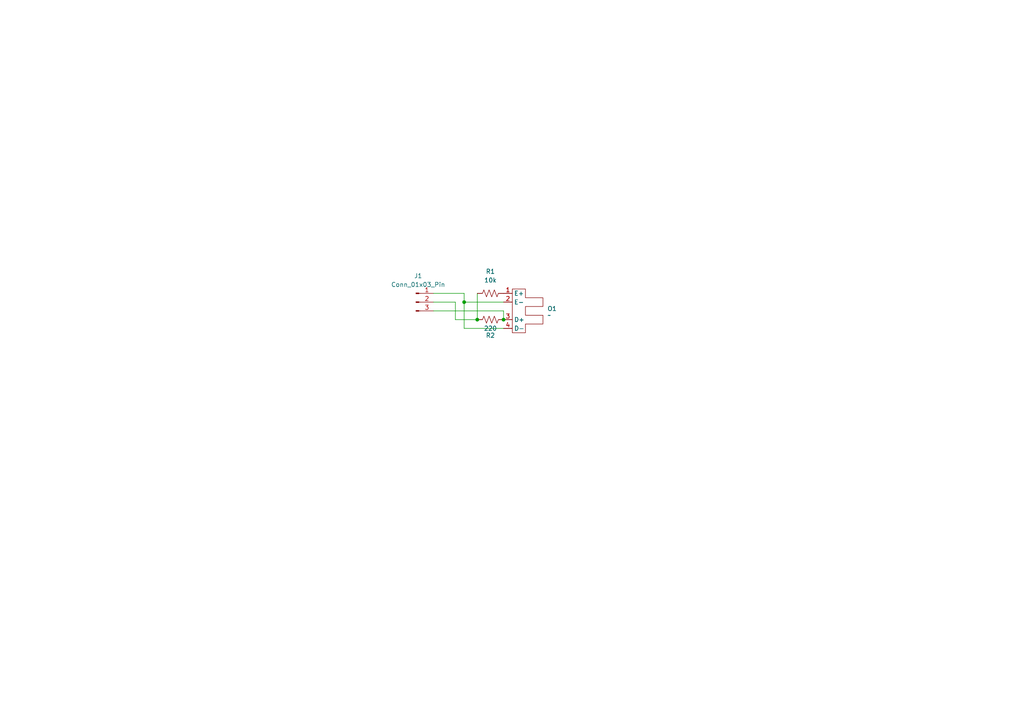
<source format=kicad_sch>
(kicad_sch (version 20231120) (generator "eeschema") (generator_version "8.0")
  (paper "A4")
  (lib_symbols
    (symbol "Connector:Conn_01x03_Pin" (pin_names (offset 1.016) hide)
      (property "Reference" "J" (at 0 5.08 0))
      (property "Value" "Conn_01x03_Pin" (at 0 -5.08 0))
      (symbol "Conn_01x03_Pin_1_1"
        (polyline (pts (xy 1.27 -2.54) (xy 0.8636 -2.54)) (stroke (width 0.1524)))
        (polyline (pts (xy 1.27 0) (xy 0.8636 0)) (stroke (width 0.1524)))
        (polyline (pts (xy 1.27 2.54) (xy 0.8636 2.54)) (stroke (width 0.1524)))
        (rectangle (start 0.8636 -2.413) (end 0 -2.667) (stroke (width 0.1524)) (fill (type outline)))
        (rectangle (start 0.8636 0.127) (end 0 -0.127) (stroke (width 0.1524)) (fill (type outline)))
        (rectangle (start 0.8636 2.667) (end 0 2.413) (stroke (width 0.1524)) (fill (type outline)))
        (pin passive line (at 5.08 2.54 180) (length 3.81) (name "Pin_1") (number "1"))
        (pin passive line (at 5.08 0 180) (length 3.81) (name "Pin_2") (number "2"))
        (pin passive line (at 5.08 -2.54 180) (length 3.81) (name "Pin_3") (number "3"))
      )
    )
    (symbol "Device:R_US" (pin_numbers hide) (pin_names (offset 0))
      (property "Reference" "R" (at 2.54 0 90))
      (property "Value" "R_US" (at -2.54 0 90))
      (symbol "R_US_0_1"
        (polyline (pts (xy 0 -2.286) (xy 0 -2.54)))
        (polyline (pts (xy 0 2.286) (xy 0 2.54)))
        (polyline (pts (xy 0 -0.762) (xy 1.016 -1.143) (xy 0 -1.524) (xy -1.016 -1.905) (xy 0 -2.286)))
        (polyline (pts (xy 0 0.762) (xy 1.016 0.381) (xy 0 0) (xy -1.016 -0.381) (xy 0 -0.762)))
        (polyline (pts (xy 0 2.286) (xy 1.016 1.905) (xy 0 1.524) (xy -1.016 1.143) (xy 0 0.762)))
      )
      (symbol "R_US_1_1"
        (pin passive line (at 0 3.81 270) (length 1.27) (name "~") (number "1"))
        (pin passive line (at 0 -3.81 90) (length 1.27) (name "~") (number "2"))
      )
    )
    (symbol "Minibadge:MOC7811"
      (property "Reference" "O" (at 0 0 0))
      (symbol "MOC7811_1_1"
        (polyline (pts (xy 0 2.54) (xy 0 6.35) (xy 3.81 6.35) (xy 3.81 3.81) (xy 8.89 3.81) (xy 8.89 1.27) (xy 3.81 1.27) (xy 3.81 -1.27) (xy 8.89 -1.27) (xy 8.89 -3.81) (xy 3.81 -3.81) (xy 3.81 -6.35) (xy 0 -6.35) (xy 0 2.54)))
        (pin power_in line (at -2.54 5.08 0) (length 2.54) (name "E+") (number "1"))
        (pin power_in line (at -2.54 2.54 0) (length 2.54) (name "E-") (number "2"))
        (pin power_in line (at -2.54 -2.54 0) (length 2.54) (name "D+") (number "3"))
        (pin power_in line (at -2.54 -5.08 0) (length 2.54) (name "D-") (number "4"))
      )
    )
  )
  (junction (at 146.05 92.71))
  (junction (at 138.43 92.71))
  (junction (at 134.62 87.63))
  (wire (pts (xy 125.73 87.63) (xy 132.08 87.63)))
  (wire (pts (xy 138.43 85.09) (xy 138.43 92.71)))
  (wire (pts (xy 132.08 92.71) (xy 138.43 92.71)))
  (wire (pts (xy 146.05 90.17) (xy 125.73 90.17)))
  (wire (pts (xy 134.62 87.63) (xy 146.05 87.63)))
  (wire (pts (xy 125.73 85.09) (xy 134.62 85.09)))
  (wire (pts (xy 134.62 85.09) (xy 134.62 87.63)))
  (wire (pts (xy 146.05 92.71) (xy 146.05 90.17)))
  (wire (pts (xy 132.08 87.63) (xy 132.08 92.71)))
  (wire (pts (xy 134.62 95.25) (xy 146.05 95.25)))
  (wire (pts (xy 134.62 87.63) (xy 134.62 95.25)))
  (symbol (lib_id "Connector:Conn_01x03_Pin") (at 120.65 87.63 0) (unit 1)
    (property "Reference" "J1" (at 121.285 80.01 0))
    (property "Value" "Conn_01x03_Pin" (at 121.285 82.55 0))
    (property "Footprint" "Connector_PinHeader_2.54mm:PinHeader_1x03_P2.54mm_Vertical" (effects (hide yes)))
    (property "Description" "Generic connector, single row, 01x03, script generated" (effects (hide yes)))
  )
  (symbol (lib_id "Minibadge:MOC7811") (at 148.59 90.17 0) (unit 1)
    (property "Reference" "O1" (at 158.75 89.5349 0) (effects (justify left)))
    (property "Value" "~" (at 158.75 91.44 0) (effects (justify left)))
    (property "Footprint" "Minibadge:MOC7811" (effects (hide yes)))
  )
  (symbol (lib_id "Device:R_US") (at 142.24 92.71 90) (unit 1)
    (property "Reference" "R2" (at 142.24 97.282 90))
    (property "Value" "220" (at 142.24 95.25 90))
    (property "Footprint" "Resistor_SMD:R_1206_3216Metric_Pad1.30x1.75mm_HandSolder" (effects (hide yes)))
    (property "Description" "Resistor, US symbol" (effects (hide yes)))
  )
  (symbol (lib_id "Device:R_US") (at 142.24 85.09 90) (unit 1)
    (property "Reference" "R1" (at 142.24 78.74 90))
    (property "Value" "10k" (at 142.24 81.28 90))
    (property "Footprint" "Resistor_SMD:R_1206_3216Metric_Pad1.30x1.75mm_HandSolder" (effects (hide yes)))
    (property "Description" "Resistor, US symbol" (effects (hide yes)))
  )
)
</source>
